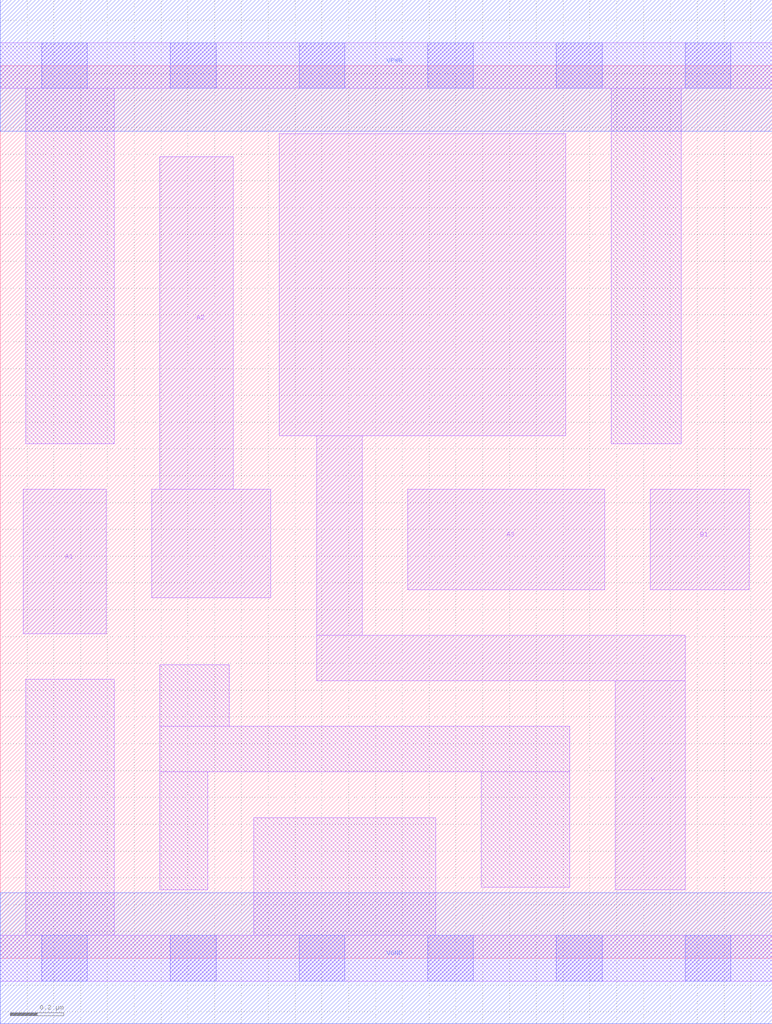
<source format=lef>
# Copyright 2020 The SkyWater PDK Authors
#
# Licensed under the Apache License, Version 2.0 (the "License");
# you may not use this file except in compliance with the License.
# You may obtain a copy of the License at
#
#     https://www.apache.org/licenses/LICENSE-2.0
#
# Unless required by applicable law or agreed to in writing, software
# distributed under the License is distributed on an "AS IS" BASIS,
# WITHOUT WARRANTIES OR CONDITIONS OF ANY KIND, either express or implied.
# See the License for the specific language governing permissions and
# limitations under the License.
#
# SPDX-License-Identifier: Apache-2.0

VERSION 5.7 ;
  NAMESCASESENSITIVE ON ;
  NOWIREEXTENSIONATPIN ON ;
  DIVIDERCHAR "/" ;
  BUSBITCHARS "[]" ;
UNITS
  DATABASE MICRONS 200 ;
END UNITS
MACRO sky130_fd_sc_lp__o31ai_1
  CLASS CORE ;
  FOREIGN sky130_fd_sc_lp__o31ai_1 ;
  ORIGIN  0.000000  0.000000 ;
  SIZE  2.880000 BY  3.330000 ;
  SYMMETRY X Y R90 ;
  SITE unit ;
  PIN A1
    ANTENNAGATEAREA  0.315000 ;
    DIRECTION INPUT ;
    USE SIGNAL ;
    PORT
      LAYER li1 ;
        RECT 0.085000 1.210000 0.395000 1.750000 ;
    END
  END A1
  PIN A2
    ANTENNAGATEAREA  0.315000 ;
    DIRECTION INPUT ;
    USE SIGNAL ;
    PORT
      LAYER li1 ;
        RECT 0.565000 1.345000 1.010000 1.750000 ;
        RECT 0.595000 1.750000 0.870000 2.990000 ;
    END
  END A2
  PIN A3
    ANTENNAGATEAREA  0.315000 ;
    DIRECTION INPUT ;
    USE SIGNAL ;
    PORT
      LAYER li1 ;
        RECT 1.520000 1.375000 2.255000 1.750000 ;
    END
  END A3
  PIN B1
    ANTENNAGATEAREA  0.315000 ;
    DIRECTION INPUT ;
    USE SIGNAL ;
    PORT
      LAYER li1 ;
        RECT 2.425000 1.375000 2.795000 1.750000 ;
    END
  END B1
  PIN Y
    ANTENNADIFFAREA  1.022700 ;
    DIRECTION OUTPUT ;
    USE SIGNAL ;
    PORT
      LAYER li1 ;
        RECT 1.040000 1.950000 2.110000 3.075000 ;
        RECT 1.180000 1.035000 2.555000 1.205000 ;
        RECT 1.180000 1.205000 1.350000 1.950000 ;
        RECT 2.295000 0.255000 2.555000 1.035000 ;
    END
  END Y
  PIN VGND
    DIRECTION INOUT ;
    USE GROUND ;
    PORT
      LAYER met1 ;
        RECT 0.000000 -0.245000 2.880000 0.245000 ;
    END
  END VGND
  PIN VPWR
    DIRECTION INOUT ;
    USE POWER ;
    PORT
      LAYER met1 ;
        RECT 0.000000 3.085000 2.880000 3.575000 ;
    END
  END VPWR
  OBS
    LAYER li1 ;
      RECT 0.000000 -0.085000 2.880000 0.085000 ;
      RECT 0.000000  3.245000 2.880000 3.415000 ;
      RECT 0.095000  0.085000 0.425000 1.040000 ;
      RECT 0.095000  1.920000 0.425000 3.245000 ;
      RECT 0.595000  0.255000 0.775000 0.695000 ;
      RECT 0.595000  0.695000 2.125000 0.865000 ;
      RECT 0.595000  0.865000 0.855000 1.095000 ;
      RECT 0.945000  0.085000 1.625000 0.525000 ;
      RECT 1.795000  0.265000 2.125000 0.695000 ;
      RECT 2.280000  1.920000 2.540000 3.245000 ;
    LAYER mcon ;
      RECT 0.155000 -0.085000 0.325000 0.085000 ;
      RECT 0.155000  3.245000 0.325000 3.415000 ;
      RECT 0.635000 -0.085000 0.805000 0.085000 ;
      RECT 0.635000  3.245000 0.805000 3.415000 ;
      RECT 1.115000 -0.085000 1.285000 0.085000 ;
      RECT 1.115000  3.245000 1.285000 3.415000 ;
      RECT 1.595000 -0.085000 1.765000 0.085000 ;
      RECT 1.595000  3.245000 1.765000 3.415000 ;
      RECT 2.075000 -0.085000 2.245000 0.085000 ;
      RECT 2.075000  3.245000 2.245000 3.415000 ;
      RECT 2.555000 -0.085000 2.725000 0.085000 ;
      RECT 2.555000  3.245000 2.725000 3.415000 ;
  END
END sky130_fd_sc_lp__o31ai_1
END LIBRARY

</source>
